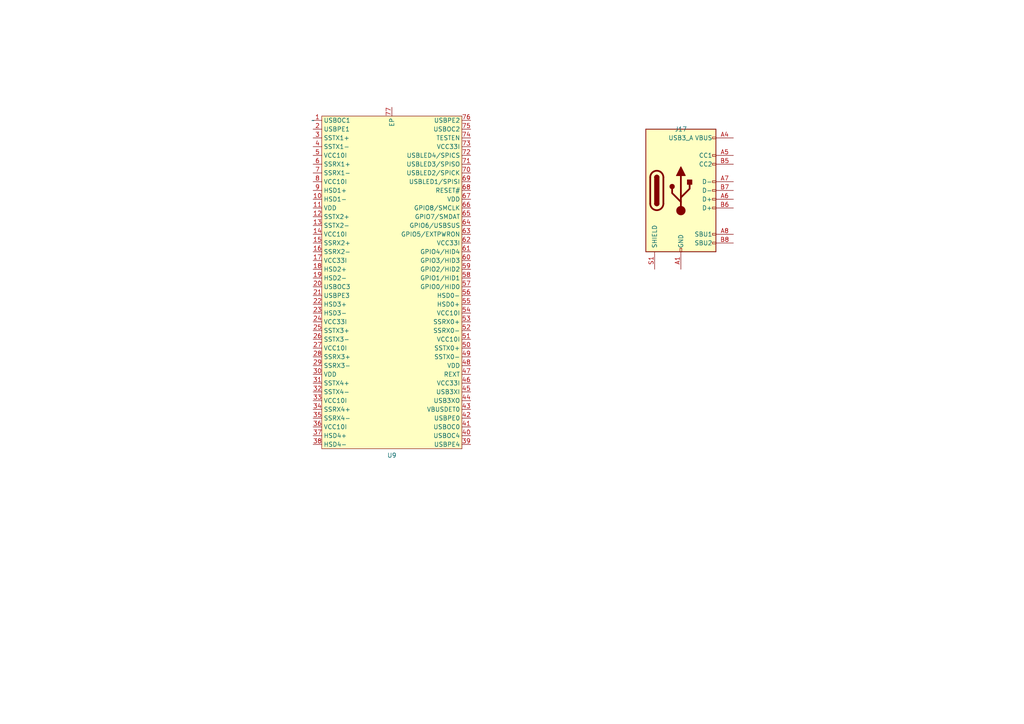
<source format=kicad_sch>
(kicad_sch (version 20230121) (generator eeschema)
  (paper "A4")
  (lib_symbols
    (symbol "Connector:USB_C_Receptacle_USB2.0" (pin_names (offset 1.016))
      (property "Reference" "J" (at -10.16 19.05 0))
      (property "Value" "USB_C_Receptacle_USB2.0" (at 19.05 19.05 0))
      (symbol "USB_C_Receptacle_USB2.0_0_0"
        (rectangle (start -0.254 -17.78) (end 0.254 -16.764))
        (rectangle (start 10.16 -14.986) (end 9.144 -15.494))
        (rectangle (start 10.16 -12.446) (end 9.144 -12.954))
        (rectangle (start 10.16 -4.826) (end 9.144 -5.334))
        (rectangle (start 10.16 -2.286) (end 9.144 -2.794))
        (rectangle (start 10.16 0.254) (end 9.144 -0.254))
        (rectangle (start 10.16 2.794) (end 9.144 2.286))
        (rectangle (start 10.16 7.874) (end 9.144 7.366))
        (rectangle (start 10.16 10.414) (end 9.144 9.906))
        (rectangle (start 10.16 15.494) (end 9.144 14.986))
      )
      (symbol "USB_C_Receptacle_USB2.0_0_1"
        (rectangle (start -10.16 17.78) (end 10.16 -17.78) (stroke (width 0.254)) (fill (type background)))
        (arc (start -8.89 -3.81) (mid -6.985 -5.7067) (end -5.08 -3.81) (stroke (width 0.508)))
        (arc (start -7.62 -3.81) (mid -6.985 -4.4423) (end -6.35 -3.81) (stroke (width 0.254)))
        (arc (start -7.62 -3.81) (mid -6.985 -4.4423) (end -6.35 -3.81) (stroke (width 0.254)) (fill (type outline)))
        (rectangle (start -7.62 -3.81) (end -6.35 3.81) (stroke (width 0.254)) (fill (type outline)))
        (arc (start -6.35 3.81) (mid -6.985 4.4423) (end -7.62 3.81) (stroke (width 0.254)))
        (arc (start -6.35 3.81) (mid -6.985 4.4423) (end -7.62 3.81) (stroke (width 0.254)) (fill (type outline)))
        (arc (start -5.08 3.81) (mid -6.985 5.7067) (end -8.89 3.81) (stroke (width 0.508)))
        (circle (center -2.54 1.143) (radius 0.635) (stroke (width 0.254)) (fill (type outline)))
        (circle (center 0 -5.842) (radius 1.27) (fill (type outline)))
        (polyline (pts (xy -8.89 -3.81) (xy -8.89 3.81)) (stroke (width 0.508)))
        (polyline (pts (xy -5.08 3.81) (xy -5.08 -3.81)) (stroke (width 0.508)))
        (polyline (pts (xy 0 -5.842) (xy 0 4.318)) (stroke (width 0.508)))
        (polyline (pts (xy 0 -3.302) (xy -2.54 -0.762) (xy -2.54 0.508)) (stroke (width 0.508)))
        (polyline (pts (xy 0 -2.032) (xy 2.54 0.508) (xy 2.54 1.778)) (stroke (width 0.508)))
        (polyline (pts (xy -1.27 4.318) (xy 0 6.858) (xy 1.27 4.318) (xy -1.27 4.318)) (stroke (width 0.254)) (fill (type outline)))
        (rectangle (start 1.905 1.778) (end 3.175 3.048) (stroke (width 0.254)) (fill (type outline)))
      )
      (symbol "USB_C_Receptacle_USB2.0_1_1"
        (pin passive line (at 0 -22.86 90) (length 5.08) (name "GND") (number "A1"))
        (pin passive line (at 0 -22.86 90) (length 5.08) hide (name "GND") (number "A12"))
        (pin passive line (at 15.24 15.24 180) (length 5.08) (name "VBUS") (number "A4"))
        (pin bidirectional line (at 15.24 10.16 180) (length 5.08) (name "CC1") (number "A5"))
        (pin bidirectional line (at 15.24 -2.54 180) (length 5.08) (name "D+") (number "A6"))
        (pin bidirectional line (at 15.24 2.54 180) (length 5.08) (name "D-") (number "A7"))
        (pin bidirectional line (at 15.24 -12.7 180) (length 5.08) (name "SBU1") (number "A8"))
        (pin passive line (at 15.24 15.24 180) (length 5.08) hide (name "VBUS") (number "A9"))
        (pin passive line (at 0 -22.86 90) (length 5.08) hide (name "GND") (number "B1"))
        (pin passive line (at 0 -22.86 90) (length 5.08) hide (name "GND") (number "B12"))
        (pin passive line (at 15.24 15.24 180) (length 5.08) hide (name "VBUS") (number "B4"))
        (pin bidirectional line (at 15.24 7.62 180) (length 5.08) (name "CC2") (number "B5"))
        (pin bidirectional line (at 15.24 -5.08 180) (length 5.08) (name "D+") (number "B6"))
        (pin bidirectional line (at 15.24 0 180) (length 5.08) (name "D-") (number "B7"))
        (pin bidirectional line (at 15.24 -15.24 180) (length 5.08) (name "SBU2") (number "B8"))
        (pin passive line (at 15.24 15.24 180) (length 5.08) hide (name "VBUS") (number "B9"))
        (pin passive line (at -7.62 -22.86 90) (length 5.08) (name "SHIELD") (number "S1"))
      )
    )
    (symbol "jetson-nano-baseboard:vl822"
      (property "Reference" "U" (at 0 0 0))
      (property "Value" "VL822-QFN76" (at 24.13 -96.52 0))
      (symbol "vl822_0_0"
        (pin unspecified line (at 0 0 0) (length 2.54) (name "USBOC1") (number "1"))
        (pin unspecified line (at 0 -22.86 0) (length 2.54) (name "HSD1-") (number "10"))
        (pin unspecified line (at 0 -25.4 0) (length 2.54) (name "VDD") (number "11"))
        (pin unspecified line (at 0 -27.94 0) (length 2.54) (name "SSTX2+") (number "12"))
        (pin unspecified line (at 0 -30.48 0) (length 2.54) (name "SSTX2-") (number "13"))
        (pin unspecified line (at 0 -33.02 0) (length 2.54) (name "VCC10I") (number "14"))
        (pin unspecified line (at 0 -35.56 0) (length 2.54) (name "SSRX2+") (number "15"))
        (pin unspecified line (at 0 -38.1 0) (length 2.54) (name "SSRX2-") (number "16"))
        (pin unspecified line (at 0 -40.64 0) (length 2.54) (name "VCC33I") (number "17"))
        (pin unspecified line (at 0 -43.18 0) (length 2.54) (name "HSD2+") (number "18"))
        (pin unspecified line (at 0 -45.72 0) (length 2.54) (name "HSD2-") (number "19"))
        (pin unspecified line (at 0 -2.54 0) (length 2.54) (name "USBPE1") (number "2"))
        (pin unspecified line (at 0 -48.26 0) (length 2.54) (name "USBOC3") (number "20"))
        (pin unspecified line (at 0 -50.8 0) (length 2.54) (name "USBPE3") (number "21"))
        (pin unspecified line (at 0 -53.34 0) (length 2.54) (name "HSD3+") (number "22"))
        (pin unspecified line (at 0 -55.88 0) (length 2.54) (name "HSD3-") (number "23"))
        (pin unspecified line (at 0 -58.42 0) (length 2.54) (name "VCC33I") (number "24"))
        (pin unspecified line (at 0 -60.96 0) (length 2.54) (name "SSTX3+") (number "25"))
        (pin unspecified line (at 0 -63.5 0) (length 2.54) (name "SSTX3-") (number "26"))
        (pin unspecified line (at 0 -66.04 0) (length 2.54) (name "VCC10I") (number "27"))
        (pin unspecified line (at 0 -68.58 0) (length 2.54) (name "SSRX3+") (number "28"))
        (pin unspecified line (at 0 -71.12 0) (length 2.54) (name "SSRX3-") (number "29"))
        (pin unspecified line (at 0 -5.08 0) (length 2.54) (name "SSTX1+") (number "3"))
        (pin unspecified line (at 0 -73.66 0) (length 2.54) (name "VDD") (number "30"))
        (pin unspecified line (at 0 -76.2 0) (length 2.54) (name "SSTX4+") (number "31"))
        (pin unspecified line (at 0 -78.74 0) (length 2.54) (name "SSTX4-") (number "32"))
        (pin unspecified line (at 0 -81.28 0) (length 2.54) (name "VCC10I") (number "33"))
        (pin unspecified line (at 0 -83.82 0) (length 2.54) (name "SSRX4+") (number "34"))
        (pin unspecified line (at 0 -86.36 0) (length 2.54) (name "SSRX4-") (number "35"))
        (pin unspecified line (at 0 -88.9 0) (length 2.54) (name "VCC10I") (number "36"))
        (pin unspecified line (at 0 -91.44 0) (length 2.54) (name "HSD4+") (number "37"))
        (pin unspecified line (at 0 -93.98 0) (length 2.54) (name "HSD4-") (number "38"))
        (pin unspecified line (at 45.72 -93.98 180) (length 2.54) (name "USBPE4") (number "39"))
        (pin unspecified line (at 0 -7.62 0) (length 2.54) (name "SSTX1-") (number "4"))
        (pin unspecified line (at 45.72 -91.44 180) (length 2.54) (name "USBOC4") (number "40"))
        (pin unspecified line (at 45.72 -88.9 180) (length 2.54) (name "USBOC0") (number "41"))
        (pin unspecified line (at 45.72 -86.36 180) (length 2.54) (name "USBPE0") (number "42"))
        (pin unspecified line (at 45.72 -83.82 180) (length 2.54) (name "VBUSDET0") (number "43"))
        (pin unspecified line (at 45.72 -81.28 180) (length 2.54) (name "USB3XO") (number "44"))
        (pin unspecified line (at 45.72 -78.74 180) (length 2.54) (name "USB3XI") (number "45"))
        (pin unspecified line (at 45.72 -76.2 180) (length 2.54) (name "VCC33I") (number "46"))
        (pin unspecified line (at 45.72 -73.66 180) (length 2.54) (name "REXT") (number "47"))
        (pin unspecified line (at 45.72 -71.12 180) (length 2.54) (name "VDD") (number "48"))
        (pin unspecified line (at 45.72 -68.58 180) (length 2.54) (name "SSTX0-") (number "49"))
        (pin unspecified line (at 0 -10.16 0) (length 2.54) (name "VCC10I") (number "5"))
        (pin unspecified line (at 45.72 -66.04 180) (length 2.54) (name "SSTX0+") (number "50"))
        (pin unspecified line (at 45.72 -63.5 180) (length 2.54) (name "VCC10I") (number "51"))
        (pin unspecified line (at 45.72 -60.96 180) (length 2.54) (name "SSRX0-") (number "52"))
        (pin unspecified line (at 45.72 -58.42 180) (length 2.54) (name "SSRX0+") (number "53"))
        (pin unspecified line (at 45.72 -55.88 180) (length 2.54) (name "VCC10I") (number "54"))
        (pin unspecified line (at 45.72 -53.34 180) (length 2.54) (name "HSD0+") (number "55"))
        (pin unspecified line (at 45.72 -50.8 180) (length 2.54) (name "HSD0-") (number "56"))
        (pin unspecified line (at 45.72 -48.26 180) (length 2.54) (name "GPIO0/HID0") (number "57"))
        (pin unspecified line (at 45.72 -45.72 180) (length 2.54) (name "GPIO1/HID1") (number "58"))
        (pin unspecified line (at 45.72 -43.18 180) (length 2.54) (name "GPIO2/HID2") (number "59"))
        (pin unspecified line (at 0 -12.7 0) (length 2.54) (name "SSRX1+") (number "6"))
        (pin unspecified line (at 45.72 -40.64 180) (length 2.54) (name "GPIO3/HID3") (number "60"))
        (pin unspecified line (at 45.72 -38.1 180) (length 2.54) (name "GPIO4/HID4") (number "61"))
        (pin unspecified line (at 45.72 -35.56 180) (length 2.54) (name "VCC33I") (number "62"))
        (pin unspecified line (at 45.72 -33.02 180) (length 2.54) (name "GPIO5/EXTPWRON") (number "63"))
        (pin unspecified line (at 45.72 -30.48 180) (length 2.54) (name "GPIO6/USBSUS") (number "64"))
        (pin unspecified line (at 45.72 -27.94 180) (length 2.54) (name "GPIO7/SMDAT") (number "65"))
        (pin unspecified line (at 45.72 -25.4 180) (length 2.54) (name "GPIO8/SMCLK") (number "66"))
        (pin unspecified line (at 45.72 -22.86 180) (length 2.54) (name "VDD") (number "67"))
        (pin unspecified line (at 45.72 -20.32 180) (length 2.54) (name "RESET#") (number "68"))
        (pin unspecified line (at 45.72 -17.78 180) (length 2.54) (name "USBLED1/SPISI") (number "69"))
        (pin unspecified line (at 0 -15.24 0) (length 2.54) (name "SSRX1-") (number "7"))
        (pin unspecified line (at 45.72 -15.24 180) (length 2.54) (name "USBLED2/SPICK") (number "70"))
        (pin unspecified line (at 45.72 -12.7 180) (length 2.54) (name "USBLED3/SPISO") (number "71"))
        (pin unspecified line (at 45.72 -10.16 180) (length 2.54) (name "USBLED4/SPICS") (number "72"))
        (pin unspecified line (at 45.72 -7.62 180) (length 2.54) (name "VCC33I") (number "73"))
        (pin unspecified line (at 45.72 -5.08 180) (length 2.54) (name "TESTEN") (number "74"))
        (pin unspecified line (at 45.72 -2.54 180) (length 2.54) (name "USBOC2") (number "75"))
        (pin unspecified line (at 45.72 0 180) (length 2.54) (name "USBPE2") (number "76"))
        (pin unspecified line (at 22.86 3.81 270) (length 2.54) (name "EP") (number "77"))
        (pin unspecified line (at 0 -17.78 0) (length 2.54) (name "VCC10I") (number "8"))
        (pin unspecified line (at 0 -20.32 0) (length 2.54) (name "HSD1+") (number "9"))
      )
      (symbol "vl822_1_1"
        (rectangle (start 2.54 1.27) (end 43.18 -95.25) (fill (type background)))
      )
    )
  )
  (symbol (lib_id "jetson-nano-baseboard:vl822") (at 90.805 34.925 0) (unit 1)
    (property "Reference" "U9" (at 113.665 132.08 0))
    (property "Value" "~" (at 90.805 34.925 0))
    (property "Footprint" "JLC_Footprint:QFN-76_L9.0-W9.0-P0.40-EP6.3-TL" (effects hide))
  )
  (symbol (lib_id "Connector:USB_C_Receptacle_USB2.0") (at 197.485 55.245 0) (unit 1)
    (property "Reference" "J17" (at 197.485 37.465 0))
    (property "Value" "USB3_A" (at 197.485 40.005 0))
    (property "Footprint" "JLC_Footprint:USB-A-TH_XUNPU_USB-303WSD-BRY" (effects hide))
    (property "Datasheet" "https://www.usb.org/sites/default/files/documents/usb_type-c.zip" (effects hide))
  )
)
</source>
